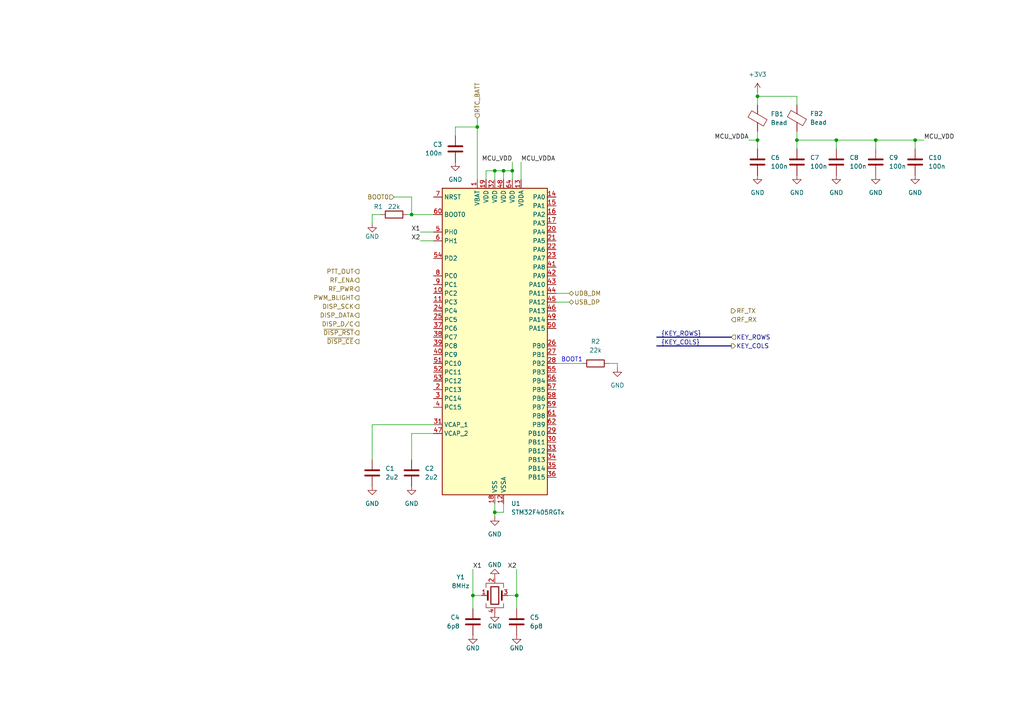
<source format=kicad_sch>
(kicad_sch (version 20231120) (generator "eeschema") (generator_version "8.0")
  (paper "A4")
  (title_block (title "Mainboard replacement for Nokia 3310") (date "24-10-2024") (rev "Rev A") (company "M17 Project") (comment 1 "Wojciech Kaczmarski, SP5WWP"))
  (lib_symbols
    (symbol "Device:C" (pin_numbers hide) (pin_names (offset 0.254))
      (property "Reference" "C" (at 0.635 2.54 0))
      (property "Value" "C" (at 0.635 -2.54 0))
      (symbol "C_0_1"
        (polyline (pts (xy -2.032 -0.762) (xy 2.032 -0.762)) (stroke (width 0.508)))
        (polyline (pts (xy -2.032 0.762) (xy 2.032 0.762)) (stroke (width 0.508)))
      )
      (symbol "C_1_1"
        (pin passive line (at 0 3.81 270) (length 2.794) (name "~") (number "1"))
        (pin passive line (at 0 -3.81 90) (length 2.794) (name "~") (number "2"))
      )
    )
    (symbol "Device:Crystal_GND24" (pin_names (offset 1.016) hide)
      (property "Reference" "Y" (at 3.175 5.08 0))
      (property "Value" "Crystal_GND24" (at 3.175 3.175 0))
      (symbol "Crystal_GND24_0_1"
        (rectangle (start -1.143 2.54) (end 1.143 -2.54) (stroke (width 0.3048)))
        (polyline (pts (xy -2.54 0) (xy -2.032 0)))
        (polyline (pts (xy -2.032 -1.27) (xy -2.032 1.27)) (stroke (width 0.508)))
        (polyline (pts (xy 0 -3.81) (xy 0 -3.556)))
        (polyline (pts (xy 0 3.556) (xy 0 3.81)))
        (polyline (pts (xy 2.032 -1.27) (xy 2.032 1.27)) (stroke (width 0.508)))
        (polyline (pts (xy 2.032 0) (xy 2.54 0)))
        (polyline (pts (xy -2.54 -2.286) (xy -2.54 -3.556) (xy 2.54 -3.556) (xy 2.54 -2.286)))
        (polyline (pts (xy -2.54 2.286) (xy -2.54 3.556) (xy 2.54 3.556) (xy 2.54 2.286)))
      )
      (symbol "Crystal_GND24_1_1"
        (pin passive line (at -3.81 0 0) (length 1.27) (name "1") (number "1"))
        (pin passive line (at 0 5.08 270) (length 1.27) (name "2") (number "2"))
        (pin passive line (at 3.81 0 180) (length 1.27) (name "3") (number "3"))
        (pin passive line (at 0 -5.08 90) (length 1.27) (name "4") (number "4"))
      )
    )
    (symbol "Device:FerriteBead" (pin_numbers hide) (pin_names (offset 0))
      (property "Reference" "FB" (at -3.81 0.635 90))
      (property "Value" "FerriteBead" (at 3.81 0 90))
      (symbol "FerriteBead_0_1"
        (polyline (pts (xy 0 -1.27) (xy 0 -1.2192)))
        (polyline (pts (xy 0 1.27) (xy 0 1.2954)))
        (polyline (pts (xy -2.7686 0.4064) (xy -1.7018 2.2606) (xy 2.7686 -0.3048) (xy 1.6764 -2.159) (xy -2.7686 0.4064)))
      )
      (symbol "FerriteBead_1_1"
        (pin passive line (at 0 3.81 270) (length 2.54) (name "~") (number "1"))
        (pin passive line (at 0 -3.81 90) (length 2.54) (name "~") (number "2"))
      )
    )
    (symbol "Device:R" (pin_numbers hide) (pin_names (offset 0))
      (property "Reference" "R" (at 2.032 0 90))
      (property "Value" "R" (at 0 0 90))
      (symbol "R_0_1"
        (rectangle (start -1.016 -2.54) (end 1.016 2.54) (stroke (width 0.254)))
      )
      (symbol "R_1_1"
        (pin passive line (at 0 3.81 270) (length 1.27) (name "~") (number "1"))
        (pin passive line (at 0 -3.81 90) (length 1.27) (name "~") (number "2"))
      )
    )
    (symbol "MCU_ST_STM32F4:STM32F405RGTx"
      (property "Reference" "U" (at -15.24 46.99 0))
      (property "Value" "STM32F405RGTx" (at 10.16 46.99 0))
      (symbol "STM32F405RGTx_0_1"
        (rectangle (start -15.24 -43.18) (end 15.24 45.72) (stroke (width 0.254)) (fill (type background)))
      )
      (symbol "STM32F405RGTx_1_1"
        (pin power_in line (at -5.08 48.26 270) (length 2.54) (name "VBAT") (number "1"))
        (pin bidirectional line (at -17.78 15.24 0) (length 2.54) (name "PC2") (number "10"))
        (pin bidirectional line (at -17.78 12.7 0) (length 2.54) (name "PC3") (number "11"))
        (pin power_in line (at 2.54 -45.72 90) (length 2.54) (name "VSSA") (number "12"))
        (pin power_in line (at 7.62 48.26 270) (length 2.54) (name "VDDA") (number "13"))
        (pin bidirectional line (at 17.78 43.18 180) (length 2.54) (name "PA0") (number "14"))
        (pin bidirectional line (at 17.78 40.64 180) (length 2.54) (name "PA1") (number "15"))
        (pin bidirectional line (at 17.78 38.1 180) (length 2.54) (name "PA2") (number "16"))
        (pin bidirectional line (at 17.78 35.56 180) (length 2.54) (name "PA3") (number "17"))
        (pin power_in line (at 0 -45.72 90) (length 2.54) (name "VSS") (number "18"))
        (pin power_in line (at -2.54 48.26 270) (length 2.54) (name "VDD") (number "19"))
        (pin bidirectional line (at -17.78 -12.7 0) (length 2.54) (name "PC13") (number "2"))
        (pin bidirectional line (at 17.78 33.02 180) (length 2.54) (name "PA4") (number "20"))
        (pin bidirectional line (at 17.78 30.48 180) (length 2.54) (name "PA5") (number "21"))
        (pin bidirectional line (at 17.78 27.94 180) (length 2.54) (name "PA6") (number "22"))
        (pin bidirectional line (at 17.78 25.4 180) (length 2.54) (name "PA7") (number "23"))
        (pin bidirectional line (at -17.78 10.16 0) (length 2.54) (name "PC4") (number "24"))
        (pin bidirectional line (at -17.78 7.62 0) (length 2.54) (name "PC5") (number "25"))
        (pin bidirectional line (at 17.78 0 180) (length 2.54) (name "PB0") (number "26"))
        (pin bidirectional line (at 17.78 -2.54 180) (length 2.54) (name "PB1") (number "27"))
        (pin bidirectional line (at 17.78 -5.08 180) (length 2.54) (name "PB2") (number "28"))
        (pin bidirectional line (at 17.78 -25.4 180) (length 2.54) (name "PB10") (number "29"))
        (pin bidirectional line (at -17.78 -15.24 0) (length 2.54) (name "PC14") (number "3"))
        (pin bidirectional line (at 17.78 -27.94 180) (length 2.54) (name "PB11") (number "30"))
        (pin power_out line (at -17.78 -22.86 0) (length 2.54) (name "VCAP_1") (number "31"))
        (pin power_in line (at 0 48.26 270) (length 2.54) (name "VDD") (number "32"))
        (pin bidirectional line (at 17.78 -30.48 180) (length 2.54) (name "PB12") (number "33"))
        (pin bidirectional line (at 17.78 -33.02 180) (length 2.54) (name "PB13") (number "34"))
        (pin bidirectional line (at 17.78 -35.56 180) (length 2.54) (name "PB14") (number "35"))
        (pin bidirectional line (at 17.78 -38.1 180) (length 2.54) (name "PB15") (number "36"))
        (pin bidirectional line (at -17.78 5.08 0) (length 2.54) (name "PC6") (number "37"))
        (pin bidirectional line (at -17.78 2.54 0) (length 2.54) (name "PC7") (number "38"))
        (pin bidirectional line (at -17.78 0 0) (length 2.54) (name "PC8") (number "39"))
        (pin bidirectional line (at -17.78 -17.78 0) (length 2.54) (name "PC15") (number "4"))
        (pin bidirectional line (at -17.78 -2.54 0) (length 2.54) (name "PC9") (number "40"))
        (pin bidirectional line (at 17.78 22.86 180) (length 2.54) (name "PA8") (number "41"))
        (pin bidirectional line (at 17.78 20.32 180) (length 2.54) (name "PA9") (number "42"))
        (pin bidirectional line (at 17.78 17.78 180) (length 2.54) (name "PA10") (number "43"))
        (pin bidirectional line (at 17.78 15.24 180) (length 2.54) (name "PA11") (number "44"))
        (pin bidirectional line (at 17.78 12.7 180) (length 2.54) (name "PA12") (number "45"))
        (pin bidirectional line (at 17.78 10.16 180) (length 2.54) (name "PA13") (number "46"))
        (pin power_out line (at -17.78 -25.4 0) (length 2.54) (name "VCAP_2") (number "47"))
        (pin power_in line (at 2.54 48.26 270) (length 2.54) (name "VDD") (number "48"))
        (pin bidirectional line (at 17.78 7.62 180) (length 2.54) (name "PA14") (number "49"))
        (pin bidirectional line (at -17.78 33.02 0) (length 2.54) (name "PH0") (number "5"))
        (pin bidirectional line (at 17.78 5.08 180) (length 2.54) (name "PA15") (number "50"))
        (pin bidirectional line (at -17.78 -5.08 0) (length 2.54) (name "PC10") (number "51"))
        (pin bidirectional line (at -17.78 -7.62 0) (length 2.54) (name "PC11") (number "52"))
        (pin bidirectional line (at -17.78 -10.16 0) (length 2.54) (name "PC12") (number "53"))
        (pin bidirectional line (at -17.78 25.4 0) (length 2.54) (name "PD2") (number "54"))
        (pin bidirectional line (at 17.78 -7.62 180) (length 2.54) (name "PB3") (number "55"))
        (pin bidirectional line (at 17.78 -10.16 180) (length 2.54) (name "PB4") (number "56"))
        (pin bidirectional line (at 17.78 -12.7 180) (length 2.54) (name "PB5") (number "57"))
        (pin bidirectional line (at 17.78 -15.24 180) (length 2.54) (name "PB6") (number "58"))
        (pin bidirectional line (at 17.78 -17.78 180) (length 2.54) (name "PB7") (number "59"))
        (pin bidirectional line (at -17.78 30.48 0) (length 2.54) (name "PH1") (number "6"))
        (pin input line (at -17.78 38.1 0) (length 2.54) (name "BOOT0") (number "60"))
        (pin bidirectional line (at 17.78 -20.32 180) (length 2.54) (name "PB8") (number "61"))
        (pin bidirectional line (at 17.78 -22.86 180) (length 2.54) (name "PB9") (number "62"))
        (pin passive line (at 0 -45.72 90) (length 2.54) hide (name "VSS") (number "63"))
        (pin power_in line (at 5.08 48.26 270) (length 2.54) (name "VDD") (number "64"))
        (pin input line (at -17.78 43.18 0) (length 2.54) (name "NRST") (number "7"))
        (pin bidirectional line (at -17.78 20.32 0) (length 2.54) (name "PC0") (number "8"))
        (pin bidirectional line (at -17.78 17.78 0) (length 2.54) (name "PC1") (number "9"))
      )
    )
    (symbol "power:+3V3" (power) (pin_numbers hide) (pin_names (offset 0) hide)
      (property "Value" "+3V3" (at 0 3.556 0))
      (symbol "+3V3_0_1"
        (polyline (pts (xy -0.762 1.27) (xy 0 2.54)))
        (polyline (pts (xy 0 0) (xy 0 2.54)))
        (polyline (pts (xy 0 2.54) (xy 0.762 1.27)))
      )
      (symbol "+3V3_1_1"
        (pin power_in line (at 0 0 90) (length 0) (name "~") (number "1"))
      )
    )
    (symbol "power:GND" (power) (pin_numbers hide) (pin_names (offset 0) hide)
      (property "Value" "GND" (at 0 -3.81 0))
      (symbol "GND_0_1"
        (polyline (pts (xy 0 0) (xy 0 -1.27) (xy 1.27 -1.27) (xy 0 -2.54) (xy -1.27 -1.27) (xy 0 -1.27)))
      )
      (symbol "GND_1_1"
        (pin power_in line (at 0 0 270) (length 0) (name "~") (number "1"))
      )
    )
  )
  (junction (at 146.05 49.53))
  (junction (at 143.51 49.53))
  (junction (at 143.51 148.59))
  (junction (at 138.43 36.83))
  (junction (at 219.71 27.94))
  (junction (at 119.38 62.23))
  (junction (at 149.86 172.72))
  (junction (at 148.59 49.53))
  (junction (at 254 40.64))
  (junction (at 242.57 40.64))
  (junction (at 219.71 40.64))
  (junction (at 231.14 40.64))
  (junction (at 137.16 172.72))
  (junction (at 265.43 40.64))
  (wire (pts (xy 125.73 123.19) (xy 107.95 123.19)))
  (wire (pts (xy 176.53 105.41) (xy 179.07 105.41)))
  (wire (pts (xy 165.1 85.09) (xy 161.29 85.09)))
  (wire (pts (xy 121.92 67.31) (xy 125.73 67.31)))
  (wire (pts (xy 242.57 40.64) (xy 231.14 40.64)))
  (wire (pts (xy 148.59 52.07) (xy 148.59 49.53)))
  (wire (pts (xy 219.71 38.1) (xy 219.71 40.64)))
  (wire (pts (xy 231.14 40.64) (xy 231.14 43.18)))
  (bus (pts (xy 190.5 100.33) (xy 212.09 100.33)))
  (wire (pts (xy 219.71 27.94) (xy 219.71 30.48)))
  (wire (pts (xy 219.71 27.94) (xy 231.14 27.94)))
  (wire (pts (xy 119.38 57.15) (xy 119.38 62.23)))
  (wire (pts (xy 151.13 46.99) (xy 151.13 52.07)))
  (wire (pts (xy 149.86 172.72) (xy 149.86 165.1)))
  (wire (pts (xy 110.49 62.23) (xy 107.95 62.23)))
  (wire (pts (xy 143.51 148.59) (xy 143.51 149.86)))
  (wire (pts (xy 146.05 49.53) (xy 143.51 49.53)))
  (wire (pts (xy 132.08 36.83) (xy 138.43 36.83)))
  (wire (pts (xy 254 40.64) (xy 242.57 40.64)))
  (wire (pts (xy 118.11 62.23) (xy 119.38 62.23)))
  (wire (pts (xy 138.43 36.83) (xy 138.43 52.07)))
  (wire (pts (xy 143.51 49.53) (xy 140.97 49.53)))
  (wire (pts (xy 137.16 172.72) (xy 139.7 172.72)))
  (wire (pts (xy 107.95 62.23) (xy 107.95 64.77)))
  (wire (pts (xy 148.59 49.53) (xy 146.05 49.53)))
  (wire (pts (xy 161.29 105.41) (xy 168.91 105.41)))
  (wire (pts (xy 119.38 125.73) (xy 119.38 133.35)))
  (wire (pts (xy 231.14 30.48) (xy 231.14 27.94)))
  (wire (pts (xy 146.05 148.59) (xy 143.51 148.59)))
  (wire (pts (xy 107.95 123.19) (xy 107.95 133.35)))
  (wire (pts (xy 138.43 34.29) (xy 138.43 36.83)))
  (wire (pts (xy 219.71 40.64) (xy 219.71 43.18)))
  (wire (pts (xy 231.14 38.1) (xy 231.14 40.64)))
  (wire (pts (xy 140.97 49.53) (xy 140.97 52.07)))
  (wire (pts (xy 217.17 40.64) (xy 219.71 40.64)))
  (wire (pts (xy 137.16 172.72) (xy 137.16 176.53)))
  (wire (pts (xy 149.86 172.72) (xy 149.86 176.53)))
  (wire (pts (xy 146.05 146.05) (xy 146.05 148.59)))
  (wire (pts (xy 219.71 26.67) (xy 219.71 27.94)))
  (wire (pts (xy 165.1 87.63) (xy 161.29 87.63)))
  (wire (pts (xy 265.43 40.64) (xy 267.97 40.64)))
  (wire (pts (xy 143.51 52.07) (xy 143.51 49.53)))
  (wire (pts (xy 137.16 165.1) (xy 137.16 172.72)))
  (wire (pts (xy 265.43 43.18) (xy 265.43 40.64)))
  (wire (pts (xy 147.32 172.72) (xy 149.86 172.72)))
  (wire (pts (xy 254 40.64) (xy 254 43.18)))
  (wire (pts (xy 146.05 52.07) (xy 146.05 49.53)))
  (wire (pts (xy 143.51 146.05) (xy 143.51 148.59)))
  (bus (pts (xy 190.5 97.79) (xy 212.09 97.79)))
  (wire (pts (xy 114.3 57.15) (xy 119.38 57.15)))
  (wire (pts (xy 121.92 69.85) (xy 125.73 69.85)))
  (wire (pts (xy 242.57 43.18) (xy 242.57 40.64)))
  (wire (pts (xy 265.43 40.64) (xy 254 40.64)))
  (wire (pts (xy 119.38 62.23) (xy 125.73 62.23)))
  (wire (pts (xy 148.59 46.99) (xy 148.59 49.53)))
  (wire (pts (xy 179.07 105.41) (xy 179.07 106.68)))
  (wire (pts (xy 132.08 39.37) (xy 132.08 36.83)))
  (wire (pts (xy 125.73 125.73) (xy 119.38 125.73)))
  (text "BOOT1" (at 165.862 104.394 0) (effects (font (size 1.27 1.27))))
  (label "MCU_VDD" (at 267.97 40.64 0))
  (label "X2" (at 121.92 69.85 180))
  (label "X1" (at 137.16 165.1 0))
  (label "X1" (at 121.92 67.31 180))
  (label "MCU_VDDA" (at 217.17 40.64 180))
  (label "MCU_VDDA" (at 151.13 46.99 0))
  (label "X2" (at 149.86 165.1 180))
  (label "MCU_VDD" (at 148.59 46.99 180))
  (label "{KEY_ROWS}" (at 191.77 97.79 0))
  (label "{KEY_COLS}" (at 191.77 100.33 0))
  (hierarchical_label "KEY_COLS" (shape output) (at 212.09 100.33 0))
  (hierarchical_label "UDB_DM" (shape bidirectional) (at 165.1 85.09 0))
  (hierarchical_label "BOOT0" (shape input) (at 114.3 57.15 180))
  (hierarchical_label "USB_DP" (shape bidirectional) (at 165.1 87.63 0))
  (hierarchical_label "DISP_DATA" (shape output) (at 104.14 91.44 180))
  (hierarchical_label "RTC_BATT" (shape input) (at 138.43 34.29 90))
  (hierarchical_label "PTT_OUT" (shape output) (at 104.14 78.74 180))
  (hierarchical_label "~{DISP_CE}" (shape output) (at 104.14 99.06 180))
  (hierarchical_label "RF_PWR" (shape output) (at 104.14 83.82 180))
  (hierarchical_label "RF_RX" (shape input) (at 212.09 92.71 0))
  (hierarchical_label "DISP_D{slash}C" (shape output) (at 104.14 93.98 180))
  (hierarchical_label "RF_ENA" (shape output) (at 104.14 81.28 180))
  (hierarchical_label "KEY_ROWS" (shape input) (at 212.09 97.79 0))
  (hierarchical_label "RF_TX" (shape output) (at 212.09 90.17 0))
  (hierarchical_label "~{DISP_RST}" (shape output) (at 104.14 96.52 180))
  (hierarchical_label "PWM_BLIGHT" (shape output) (at 104.14 86.36 180))
  (hierarchical_label "DISP_SCK" (shape output) (at 104.14 88.9 180))
  (symbol (lib_id "Device:R") (at 114.3 62.23 270) (unit 1)
    (property "Reference" "R1" (at 109.728 59.944 90))
    (property "Value" "22k" (at 114.3 59.944 90))
    (property "Footprint" "Inductor_SMD:L_0805_2012Metric" (effects (hide yes)))
    (property "Description" "Resistor" (effects (hide yes)))
  )
  (symbol (lib_id "Device:C") (at 132.08 43.18 0) (mirror x) (unit 1)
    (property "Reference" "C3" (at 128.27 41.9099 0) (effects (justify right)))
    (property "Value" "100n" (at 128.27 44.4499 0) (effects (justify right)))
    (property "Footprint" "Capacitor_SMD:C_0805_2012Metric" (effects (hide yes)))
    (property "Description" "Unpolarized capacitor" (effects (hide yes)))
  )
  (symbol (lib_id "Device:FerriteBead") (at 231.14 34.29 0) (unit 1)
    (property "Reference" "FB2" (at 234.95 32.9691 0) (effects (justify left)))
    (property "Value" "Bead" (at 234.95 35.5091 0) (effects (justify left)))
    (property "Footprint" "Inductor_SMD:L_0805_2012Metric" (effects (hide yes)))
    (property "Description" "Ferrite bead" (effects (hide yes)))
    (property "PN" "81-NFZ2MSD102SZ10L" (effects (hide yes)))
    (property "MPN" "81-NFZ2MSD102SZ10L" (effects (hide yes)))
  )
  (symbol (lib_id "Device:C") (at 149.86 180.34 0) (unit 1)
    (property "Reference" "C5" (at 153.67 179.0699 0) (effects (justify left)))
    (property "Value" "6p8" (at 153.67 181.6099 0) (effects (justify left)))
    (property "Description" "Unpolarized capacitor" (effects (hide yes)))
  )
  (symbol (lib_id "Device:C") (at 119.38 137.16 180) (unit 1)
    (property "Reference" "C2" (at 123.19 135.8899 0) (effects (justify right)))
    (property "Value" "2u2" (at 123.19 138.4299 0) (effects (justify right)))
    (property "Footprint" "Capacitor_SMD:C_0805_2012Metric" (effects (hide yes)))
    (property "Description" "Unpolarized capacitor" (effects (hide yes)))
  )
  (symbol (lib_id "power:GND") (at 107.95 140.97 0) (unit 1)
    (property "Reference" "#PWR02" (effects (hide yes)))
    (property "Value" "GND" (at 107.95 146.05 0))
    (property "Description" "Power symbol creates a global label with name \"GND\" , ground" (effects (hide yes)))
  )
  (symbol (lib_id "Device:C") (at 231.14 46.99 0) (unit 1)
    (property "Reference" "C7" (at 234.95 45.7199 0) (effects (justify left)))
    (property "Value" "100n" (at 234.95 48.2599 0) (effects (justify left)))
    (property "Footprint" "Capacitor_SMD:C_0805_2012Metric" (effects (hide yes)))
    (property "Description" "Unpolarized capacitor" (effects (hide yes)))
  )
  (symbol (lib_id "Device:FerriteBead") (at 219.71 34.29 180) (unit 1)
    (property "Reference" "FB1" (at 223.52 33.0707 0) (effects (justify right)))
    (property "Value" "Bead" (at 223.52 35.6107 0) (effects (justify right)))
    (property "Footprint" "Inductor_SMD:L_0805_2012Metric" (effects (hide yes)))
    (property "Description" "Ferrite bead" (effects (hide yes)))
    (property "PN" "81-NFZ2MSD102SZ10L" (effects (hide yes)))
    (property "MPN" "81-NFZ2MSD102SZ10L" (effects (hide yes)))
  )
  (symbol (lib_id "power:GND") (at 231.14 50.8 0) (unit 1)
    (property "Reference" "#PWR013" (effects (hide yes)))
    (property "Value" "GND" (at 231.14 55.88 0))
    (property "Description" "Power symbol creates a global label with name \"GND\" , ground" (effects (hide yes)))
  )
  (symbol (lib_id "power:GND") (at 242.57 50.8 0) (unit 1)
    (property "Reference" "#PWR014" (effects (hide yes)))
    (property "Value" "GND" (at 242.57 55.88 0))
    (property "Description" "Power symbol creates a global label with name \"GND\" , ground" (effects (hide yes)))
  )
  (symbol (lib_id "power:GND") (at 143.51 149.86 0) (unit 1)
    (property "Reference" "#PWR06" (effects (hide yes)))
    (property "Value" "GND" (at 143.51 154.94 0))
    (property "Description" "Power symbol creates a global label with name \"GND\" , ground" (effects (hide yes)))
  )
  (symbol (lib_id "Device:Crystal_GND24") (at 143.51 172.72 0) (unit 1)
    (property "Reference" "Y1" (at 133.604 167.386 0))
    (property "Value" "8MHz" (at 133.604 169.926 0))
    (property "Footprint" "Crystal:Crystal_SMD_3225-4Pin_3.2x2.5mm" (effects (hide yes)))
    (property "Description" "Four pin crystal, GND on pins 2 and 4" (effects (hide yes)))
    (property "PN" "520-ECS-80-1033CHNTR" (effects (hide yes)))
    (property "MPN" "520-ECS-80-1033CHNTR" (effects (hide yes)))
  )
  (symbol (lib_id "MCU_ST_STM32F4:STM32F405RGTx") (at 143.51 100.33 0) (unit 1)
    (property "Reference" "U1" (at 148.2441 146.05 0) (effects (justify left)))
    (property "Value" "STM32F405RGTx" (at 148.2441 148.59 0) (effects (justify left)))
    (property "Footprint" "Package_QFP:LQFP-64_10x10mm_P0.5mm" (effects (hide yes)))
    (property "Datasheet" "https://www.st.com/resource/en/datasheet/stm32f405rg.pdf" (effects (hide yes)))
    (property "Description" "STMicroelectronics Arm Cortex-M4 MCU, 1024KB flash, 192KB RAM, 168 MHz, 1.8-3.6V, 51 GPIO, LQFP64" (effects (hide yes)))
  )
  (symbol (lib_id "power:GND") (at 149.86 184.15 0) (unit 1)
    (property "Reference" "#PWR09" (effects (hide yes)))
    (property "Value" "GND" (at 149.86 187.96 0))
    (property "Description" "Power symbol creates a global label with name \"GND\" , ground" (effects (hide yes)))
  )
  (symbol (lib_id "Device:C") (at 242.57 46.99 0) (unit 1)
    (property "Reference" "C8" (at 246.38 45.7199 0) (effects (justify left)))
    (property "Value" "100n" (at 246.38 48.2599 0) (effects (justify left)))
    (property "Footprint" "Capacitor_SMD:C_0805_2012Metric" (effects (hide yes)))
    (property "Description" "Unpolarized capacitor" (effects (hide yes)))
  )
  (symbol (lib_id "power:GND") (at 143.51 177.8 0) (unit 1)
    (property "Reference" "#PWR08" (effects (hide yes)))
    (property "Value" "GND" (at 143.51 181.61 0))
    (property "Description" "Power symbol creates a global label with name \"GND\" , ground" (effects (hide yes)))
  )
  (symbol (lib_id "power:GND") (at 143.51 167.64 180) (unit 1)
    (property "Reference" "#PWR07" (effects (hide yes)))
    (property "Value" "GND" (at 143.51 163.83 0))
    (property "Description" "Power symbol creates a global label with name \"GND\" , ground" (effects (hide yes)))
  )
  (symbol (lib_id "power:GND") (at 219.71 50.8 0) (unit 1)
    (property "Reference" "#PWR012" (effects (hide yes)))
    (property "Value" "GND" (at 219.71 55.88 0))
    (property "Description" "Power symbol creates a global label with name \"GND\" , ground" (effects (hide yes)))
  )
  (symbol (lib_id "Device:C") (at 219.71 46.99 180) (unit 1)
    (property "Reference" "C6" (at 223.52 45.7199 0) (effects (justify right)))
    (property "Value" "100n" (at 223.52 48.2599 0) (effects (justify right)))
    (property "Footprint" "Capacitor_SMD:C_0805_2012Metric" (effects (hide yes)))
    (property "Description" "Unpolarized capacitor" (effects (hide yes)))
  )
  (symbol (lib_id "power:GND") (at 132.08 46.99 0) (unit 1)
    (property "Reference" "#PWR04" (effects (hide yes)))
    (property "Value" "GND" (at 132.08 52.07 0))
    (property "Description" "Power symbol creates a global label with name \"GND\" , ground" (effects (hide yes)))
  )
  (symbol (lib_id "power:GND") (at 137.16 184.15 0) (unit 1)
    (property "Reference" "#PWR05" (effects (hide yes)))
    (property "Value" "GND" (at 137.16 187.96 0))
    (property "Description" "Power symbol creates a global label with name \"GND\" , ground" (effects (hide yes)))
  )
  (symbol (lib_id "Device:C") (at 254 46.99 0) (unit 1)
    (property "Reference" "C9" (at 257.81 45.7199 0) (effects (justify left)))
    (property "Value" "100n" (at 257.81 48.2599 0) (effects (justify left)))
    (property "Footprint" "Capacitor_SMD:C_0805_2012Metric" (effects (hide yes)))
    (property "Description" "Unpolarized capacitor" (effects (hide yes)))
  )
  (symbol (lib_id "Device:C") (at 265.43 46.99 0) (unit 1)
    (property "Reference" "C10" (at 269.24 45.7199 0) (effects (justify left)))
    (property "Value" "100n" (at 269.24 48.2599 0) (effects (justify left)))
    (property "Footprint" "Capacitor_SMD:C_0805_2012Metric" (effects (hide yes)))
    (property "Description" "Unpolarized capacitor" (effects (hide yes)))
  )
  (symbol (lib_id "Device:C") (at 107.95 137.16 180) (unit 1)
    (property "Reference" "C1" (at 111.76 135.8899 0) (effects (justify right)))
    (property "Value" "2u2" (at 111.76 138.4299 0) (effects (justify right)))
    (property "Footprint" "Capacitor_SMD:C_0805_2012Metric" (effects (hide yes)))
    (property "Description" "Unpolarized capacitor" (effects (hide yes)))
  )
  (symbol (lib_id "power:+3V3") (at 219.71 26.67 0) (unit 1)
    (property "Reference" "#PWR011" (effects (hide yes)))
    (property "Value" "+3V3" (at 219.71 21.59 0))
    (property "Description" "Power symbol creates a global label with name \"+3V3\"" (effects (hide yes)))
  )
  (symbol (lib_id "power:GND") (at 265.43 50.8 0) (unit 1)
    (property "Reference" "#PWR016" (effects (hide yes)))
    (property "Value" "GND" (at 265.43 55.88 0))
    (property "Description" "Power symbol creates a global label with name \"GND\" , ground" (effects (hide yes)))
  )
  (symbol (lib_id "power:GND") (at 179.07 106.68 0) (unit 1)
    (property "Reference" "#PWR010" (effects (hide yes)))
    (property "Value" "GND" (at 179.07 111.76 0))
    (property "Description" "Power symbol creates a global label with name \"GND\" , ground" (effects (hide yes)))
  )
  (symbol (lib_id "power:GND") (at 107.95 64.77 0) (unit 1)
    (property "Reference" "#PWR01" (effects (hide yes)))
    (property "Value" "GND" (at 107.95 68.58 0))
    (property "Description" "Power symbol creates a global label with name \"GND\" , ground" (effects (hide yes)))
  )
  (symbol (lib_id "Device:C") (at 137.16 180.34 0) (mirror y) (unit 1)
    (property "Reference" "C4" (at 133.35 179.0699 0) (effects (justify left)))
    (property "Value" "6p8" (at 133.35 181.6099 0) (effects (justify left)))
    (property "Description" "Unpolarized capacitor" (effects (hide yes)))
  )
  (symbol (lib_id "power:GND") (at 254 50.8 0) (unit 1)
    (property "Reference" "#PWR015" (effects (hide yes)))
    (property "Value" "GND" (at 254 55.88 0))
    (property "Description" "Power symbol creates a global label with name \"GND\" , ground" (effects (hide yes)))
  )
  (symbol (lib_id "Device:R") (at 172.72 105.41 270) (unit 1)
    (property "Reference" "R2" (at 172.72 99.06 90))
    (property "Value" "22k" (at 172.72 101.6 90))
    (property "Footprint" "Inductor_SMD:L_0805_2012Metric" (effects (hide yes)))
    (property "Description" "Resistor" (effects (hide yes)))
  )
  (symbol (lib_id "power:GND") (at 119.38 140.97 0) (unit 1)
    (property "Reference" "#PWR03" (effects (hide yes)))
    (property "Value" "GND" (at 119.38 146.05 0))
    (property "Description" "Power symbol creates a global label with name \"GND\" , ground" (effects (hide yes)))
  )
)
</source>
